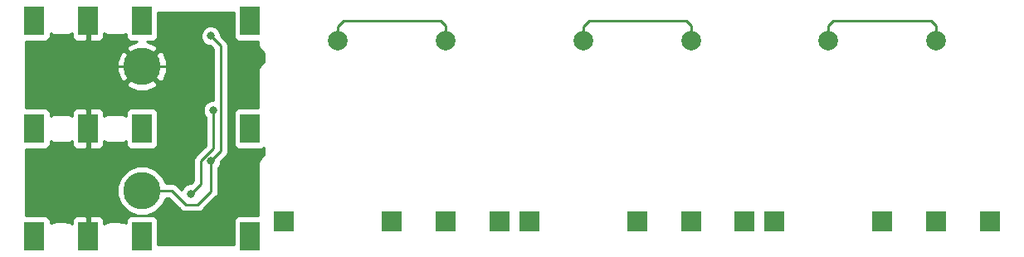
<source format=gbl>
G04 #@! TF.GenerationSoftware,KiCad,Pcbnew,5.0.0-fee4fd1~66~ubuntu16.04.1*
G04 #@! TF.CreationDate,2018-08-14T22:38:02+05:30*
G04 #@! TF.ProjectId,1sqinch555,317371696E63683535352E6B69636164,rev?*
G04 #@! TF.SameCoordinates,Original*
G04 #@! TF.FileFunction,Copper,L2,Bot,Signal*
G04 #@! TF.FilePolarity,Positive*
%FSLAX46Y46*%
G04 Gerber Fmt 4.6, Leading zero omitted, Abs format (unit mm)*
G04 Created by KiCad (PCBNEW 5.0.0-fee4fd1~66~ubuntu16.04.1) date Tue Aug 14 22:38:02 2018*
%MOMM*%
%LPD*%
G01*
G04 APERTURE LIST*
G04 #@! TA.AperFunction,SMDPad,CuDef*
%ADD10R,2.000000X3.000000*%
G04 #@! TD*
G04 #@! TA.AperFunction,ComponentPad*
%ADD11C,3.800000*%
G04 #@! TD*
G04 #@! TA.AperFunction,SMDPad,CuDef*
%ADD12R,2.000000X2.000000*%
G04 #@! TD*
G04 #@! TA.AperFunction,ComponentPad*
%ADD13C,2.000000*%
G04 #@! TD*
G04 #@! TA.AperFunction,ViaPad*
%ADD14C,0.800000*%
G04 #@! TD*
G04 #@! TA.AperFunction,Conductor*
%ADD15C,0.250000*%
G04 #@! TD*
G04 APERTURE END LIST*
D10*
G04 #@! TO.P,J6,1*
G04 #@! TO.N,/Q5*
X39000000Y-61000000D03*
G04 #@! TD*
G04 #@! TO.P,J8,1*
G04 #@! TO.N,/Q6*
X50000000Y-50000000D03*
G04 #@! TD*
G04 #@! TO.P,J10,1*
G04 #@! TO.N,/Q7*
X50000000Y-38999999D03*
G04 #@! TD*
G04 #@! TO.P,J12,1*
G04 #@! TO.N,/Q8*
X61000000Y-61000000D03*
G04 #@! TD*
G04 #@! TO.P,J14,1*
G04 #@! TO.N,/Q9*
X61000001Y-50000000D03*
G04 #@! TD*
G04 #@! TO.P,J16,1*
G04 #@! TO.N,/Q10*
X61000000Y-39000000D03*
G04 #@! TD*
G04 #@! TO.P,J18,1*
G04 #@! TO.N,/Q11*
X39000000Y-39000000D03*
G04 #@! TD*
G04 #@! TO.P,J20,1*
G04 #@! TO.N,/Q12*
X38999999Y-50000000D03*
G04 #@! TD*
G04 #@! TO.P,J22,1*
G04 #@! TO.N,/Q13*
X50000000Y-61000001D03*
G04 #@! TD*
G04 #@! TO.P,J24,1*
G04 #@! TO.N,/GND*
X44500000Y-50000000D03*
G04 #@! TD*
G04 #@! TO.P,J26,1*
G04 #@! TO.N,/GND*
X44500000Y-39000000D03*
G04 #@! TD*
G04 #@! TO.P,J28,1*
G04 #@! TO.N,/GND*
X44500000Y-61000000D03*
G04 #@! TD*
D11*
G04 #@! TO.P,BT1,2*
G04 #@! TO.N,/GND*
X50000000Y-43650000D03*
G04 #@! TO.P,BT1,1*
G04 #@! TO.N,/9V*
X50000000Y-56350000D03*
G04 #@! TD*
D12*
G04 #@! TO.P,J7,1*
G04 #@! TO.N,/10*
X64500000Y-59500000D03*
G04 #@! TD*
G04 #@! TO.P,J9,1*
G04 #@! TO.N,/7*
X75500000Y-59499999D03*
G04 #@! TD*
G04 #@! TO.P,J11,1*
G04 #@! TO.N,/11*
X86500000Y-59500000D03*
G04 #@! TD*
G04 #@! TO.P,J13,1*
G04 #@! TO.N,/9*
X89500000Y-59500000D03*
G04 #@! TD*
G04 #@! TO.P,J15,1*
G04 #@! TO.N,/6*
X100500000Y-59499999D03*
G04 #@! TD*
G04 #@! TO.P,J17,1*
G04 #@! TO.N,/12*
X111500000Y-59500000D03*
G04 #@! TD*
G04 #@! TO.P,J19,1*
G04 #@! TO.N,/8*
X114500000Y-59500000D03*
G04 #@! TD*
G04 #@! TO.P,J21,1*
G04 #@! TO.N,/13*
X125500000Y-59499999D03*
G04 #@! TD*
G04 #@! TO.P,J23,1*
G04 #@! TO.N,/5*
X136500000Y-59500000D03*
G04 #@! TD*
G04 #@! TO.P,J25,1*
G04 #@! TO.N,/GND1*
X81000000Y-59500000D03*
G04 #@! TD*
G04 #@! TO.P,J27,1*
G04 #@! TO.N,/GND2*
X106000000Y-59500000D03*
G04 #@! TD*
G04 #@! TO.P,J29,1*
G04 #@! TO.N,/GND3*
X131000000Y-59500000D03*
G04 #@! TD*
D13*
G04 #@! TO.P,J30,1*
G04 #@! TO.N,/GND1*
X70000000Y-41000000D03*
G04 #@! TD*
G04 #@! TO.P,J31,1*
G04 #@! TO.N,/GND1*
X81000000Y-41000000D03*
G04 #@! TD*
G04 #@! TO.P,J32,1*
G04 #@! TO.N,/GND2*
X95000000Y-41000000D03*
G04 #@! TD*
G04 #@! TO.P,J33,1*
G04 #@! TO.N,/GND2*
X106000000Y-41000000D03*
G04 #@! TD*
G04 #@! TO.P,J34,1*
G04 #@! TO.N,/GND3*
X131000000Y-41000000D03*
G04 #@! TD*
G04 #@! TO.P,J35,1*
G04 #@! TO.N,/GND3*
X120000000Y-41000000D03*
G04 #@! TD*
D14*
G04 #@! TO.N,/9V*
X57000000Y-40550008D03*
X57050000Y-53300000D03*
G04 #@! TO.N,/GND*
X53300000Y-50500000D03*
X44500000Y-39000000D03*
X44500000Y-50000000D03*
X44500000Y-61000000D03*
X51900000Y-53300000D03*
X46000000Y-57150000D03*
X55600000Y-59600000D03*
G04 #@! TO.N,/5*
X136500000Y-59500000D03*
G04 #@! TO.N,/GND1*
X81000000Y-59500000D03*
G04 #@! TO.N,/6*
X100500000Y-59499999D03*
G04 #@! TO.N,/7*
X75500000Y-59499999D03*
G04 #@! TO.N,/8*
X114500000Y-59500000D03*
G04 #@! TO.N,/GND2*
X106000000Y-59500000D03*
G04 #@! TO.N,/9*
X89500000Y-59500000D03*
G04 #@! TO.N,/10*
X64500000Y-59500000D03*
G04 #@! TO.N,/11*
X86500000Y-59500000D03*
G04 #@! TO.N,/GND3*
X131000000Y-59500000D03*
G04 #@! TO.N,/12*
X111500000Y-59500000D03*
G04 #@! TO.N,/13*
X125500000Y-59499999D03*
G04 #@! TO.N,/Q5*
X39000000Y-61000000D03*
G04 #@! TO.N,/Q6*
X50000000Y-50000000D03*
G04 #@! TO.N,/Q7*
X50000000Y-38999999D03*
G04 #@! TO.N,/Q8*
X61000000Y-61000000D03*
G04 #@! TO.N,/Q9*
X61000001Y-50000000D03*
G04 #@! TO.N,/Q10*
X61000000Y-39000000D03*
G04 #@! TO.N,/Q11*
X39000000Y-39000000D03*
G04 #@! TO.N,/Q12*
X38999999Y-50000000D03*
G04 #@! TO.N,/Q13*
X50000000Y-61000001D03*
G04 #@! TO.N,/OUT*
X55000000Y-56650000D03*
X57249998Y-48150000D03*
G04 #@! TD*
D15*
G04 #@! TO.N,/9V*
X58025002Y-41575010D02*
X58025002Y-52150000D01*
X57000000Y-40550008D02*
X58025002Y-41575010D01*
X58025002Y-52150000D02*
X58025002Y-52324998D01*
X58025002Y-52324998D02*
X57050000Y-53300000D01*
X57050000Y-53300000D02*
X57050000Y-56400000D01*
X57050000Y-56400000D02*
X55700000Y-57750000D01*
X55700000Y-57750000D02*
X54450000Y-57750000D01*
X53050000Y-56350000D02*
X50000000Y-56350000D01*
X54450000Y-57750000D02*
X53050000Y-56350000D01*
G04 #@! TO.N,/GND*
X53300000Y-49934315D02*
X53300000Y-50500000D01*
X53300000Y-44262995D02*
X53300000Y-49934315D01*
X52687005Y-43650000D02*
X53300000Y-44262995D01*
X50000000Y-43650000D02*
X52687005Y-43650000D01*
X53300000Y-51900000D02*
X51900000Y-53300000D01*
X53300000Y-50500000D02*
X53300000Y-51900000D01*
X55034315Y-59600000D02*
X54334315Y-58900000D01*
X55600000Y-59600000D02*
X55034315Y-59600000D01*
X47750000Y-58900000D02*
X46000000Y-57150000D01*
X54334315Y-58900000D02*
X47750000Y-58900000D01*
X51900000Y-53300000D02*
X46650000Y-53300000D01*
X46000000Y-53950000D02*
X46000000Y-57150000D01*
X46650000Y-53300000D02*
X46000000Y-53950000D01*
X44500000Y-61000000D02*
X44500000Y-59250000D01*
X44500000Y-50000000D02*
X44500000Y-48250000D01*
X47312995Y-43650000D02*
X44500000Y-43650000D01*
X50000000Y-43650000D02*
X47312995Y-43650000D01*
X44500000Y-48250000D02*
X44500000Y-43650000D01*
X44500000Y-43650000D02*
X44500000Y-39000000D01*
X46000000Y-57150000D02*
X44500000Y-57150000D01*
X44500000Y-59250000D02*
X44500000Y-57150000D01*
X44500000Y-57150000D02*
X44500000Y-50000000D01*
G04 #@! TO.N,/GND1*
X70000000Y-39585787D02*
X70585787Y-39000000D01*
X70000000Y-41000000D02*
X70000000Y-39585787D01*
X70585787Y-39000000D02*
X80500000Y-39000000D01*
X81000000Y-39500000D02*
X81000000Y-41000000D01*
X80500000Y-39000000D02*
X81000000Y-39500000D01*
G04 #@! TO.N,/GND2*
X95000000Y-39585787D02*
X95585787Y-39000000D01*
X95000000Y-41000000D02*
X95000000Y-39585787D01*
X95585787Y-39000000D02*
X105500000Y-39000000D01*
X106000000Y-39500000D02*
X106000000Y-41000000D01*
X105500000Y-39000000D02*
X106000000Y-39500000D01*
G04 #@! TO.N,/GND3*
X120000000Y-41000000D02*
X120000000Y-39500000D01*
X120000000Y-39500000D02*
X120500000Y-39000000D01*
X120500000Y-39000000D02*
X130500000Y-39000000D01*
X131000000Y-39500000D02*
X131000000Y-41000000D01*
X130500000Y-39000000D02*
X131000000Y-39500000D01*
G04 #@! TO.N,/OUT*
X56000000Y-55650000D02*
X55000000Y-56650000D01*
X56000000Y-53300000D02*
X56000000Y-55650000D01*
X57249998Y-52050002D02*
X56000000Y-53300000D01*
X57249998Y-48150000D02*
X57249998Y-52050002D01*
G04 #@! TD*
G04 #@! TO.N,/GND*
G36*
X59362756Y-40500000D02*
X59411263Y-40743863D01*
X59549400Y-40950600D01*
X59756137Y-41088737D01*
X60000000Y-41137244D01*
X61825001Y-41137244D01*
X61825001Y-41316481D01*
X61837970Y-41381681D01*
X61837970Y-41381685D01*
X61876030Y-41573027D01*
X61876030Y-41573031D01*
X61924941Y-41691110D01*
X61976817Y-41816351D01*
X61976820Y-41816354D01*
X62085201Y-41978556D01*
X62085203Y-41978561D01*
X62271439Y-42164797D01*
X62271444Y-42164799D01*
X62433645Y-42273180D01*
X62433647Y-42273181D01*
X62433649Y-42273183D01*
X62475000Y-42290311D01*
X62475000Y-43209689D01*
X62433649Y-43226817D01*
X62433647Y-43226819D01*
X62433645Y-43226820D01*
X62271444Y-43335201D01*
X62271439Y-43335203D01*
X62085203Y-43521439D01*
X62085201Y-43521444D01*
X61976821Y-43683645D01*
X61976817Y-43683649D01*
X61924941Y-43808890D01*
X61876030Y-43926969D01*
X61876030Y-43926973D01*
X61837970Y-44118315D01*
X61825000Y-44183520D01*
X61825001Y-47862756D01*
X60000001Y-47862756D01*
X59756138Y-47911263D01*
X59549401Y-48049400D01*
X59411264Y-48256137D01*
X59362757Y-48500000D01*
X59362757Y-51500000D01*
X59411264Y-51743863D01*
X59549401Y-51950600D01*
X59756138Y-52088737D01*
X60000001Y-52137244D01*
X62000001Y-52137244D01*
X62243864Y-52088737D01*
X62450601Y-51950600D01*
X62475000Y-51914084D01*
X62475000Y-52709689D01*
X62433649Y-52726817D01*
X62433647Y-52726819D01*
X62433645Y-52726820D01*
X62271444Y-52835201D01*
X62271439Y-52835203D01*
X62085203Y-53021439D01*
X62085201Y-53021444D01*
X61976821Y-53183645D01*
X61976817Y-53183649D01*
X61928623Y-53300000D01*
X61876030Y-53426969D01*
X61876030Y-53426973D01*
X61843078Y-53592635D01*
X61825000Y-53683520D01*
X61825001Y-58862756D01*
X60000000Y-58862756D01*
X59756137Y-58911263D01*
X59549400Y-59049400D01*
X59411263Y-59256137D01*
X59362756Y-59500000D01*
X59362756Y-61825000D01*
X51637244Y-61825000D01*
X51637244Y-59500001D01*
X51588737Y-59256138D01*
X51450600Y-59049401D01*
X51243863Y-58911264D01*
X51000000Y-58862757D01*
X50531811Y-58862757D01*
X51430298Y-58490592D01*
X52140592Y-57780298D01*
X52422380Y-57100000D01*
X52739341Y-57100000D01*
X53867437Y-58228097D01*
X53909280Y-58290720D01*
X54157365Y-58456484D01*
X54376134Y-58500000D01*
X54376135Y-58500000D01*
X54450000Y-58514693D01*
X54523865Y-58500000D01*
X55626135Y-58500000D01*
X55700000Y-58514693D01*
X55773865Y-58500000D01*
X55773866Y-58500000D01*
X55992635Y-58456484D01*
X56240720Y-58290720D01*
X56282565Y-58228094D01*
X57528099Y-56982561D01*
X57590720Y-56940720D01*
X57756484Y-56692635D01*
X57800000Y-56473866D01*
X57814693Y-56400001D01*
X57800000Y-56326136D01*
X57800000Y-53999569D01*
X57918953Y-53880616D01*
X58075000Y-53503885D01*
X58075000Y-53335660D01*
X58503098Y-52907561D01*
X58565722Y-52865718D01*
X58725875Y-52626030D01*
X58731485Y-52617634D01*
X58731485Y-52617633D01*
X58731486Y-52617632D01*
X58775002Y-52398863D01*
X58789695Y-52324999D01*
X58775002Y-52251134D01*
X58775002Y-41648876D01*
X58789695Y-41575010D01*
X58731486Y-41282374D01*
X58634513Y-41137244D01*
X58565722Y-41034290D01*
X58503099Y-40992447D01*
X58025000Y-40514349D01*
X58025000Y-40346123D01*
X57868953Y-39969392D01*
X57580616Y-39681055D01*
X57203885Y-39525008D01*
X56796115Y-39525008D01*
X56419384Y-39681055D01*
X56131047Y-39969392D01*
X55975000Y-40346123D01*
X55975000Y-40753893D01*
X56131047Y-41130624D01*
X56419384Y-41418961D01*
X56796115Y-41575008D01*
X56964341Y-41575008D01*
X57275002Y-41885670D01*
X57275003Y-47125000D01*
X57046113Y-47125000D01*
X56669382Y-47281047D01*
X56381045Y-47569384D01*
X56224998Y-47946115D01*
X56224998Y-48353885D01*
X56381045Y-48730616D01*
X56499998Y-48849569D01*
X56499999Y-51739340D01*
X55521906Y-52717435D01*
X55459280Y-52759280D01*
X55293516Y-53007366D01*
X55258451Y-53183649D01*
X55235307Y-53300000D01*
X55250000Y-53373865D01*
X55250001Y-55339339D01*
X54964341Y-55625000D01*
X54796115Y-55625000D01*
X54419384Y-55781047D01*
X54131047Y-56069384D01*
X54042885Y-56282226D01*
X53632565Y-55871906D01*
X53590720Y-55809280D01*
X53342635Y-55643516D01*
X53123866Y-55600000D01*
X53123865Y-55600000D01*
X53050000Y-55585307D01*
X52976135Y-55600000D01*
X52422380Y-55600000D01*
X52140592Y-54919702D01*
X51430298Y-54209408D01*
X50502254Y-53825000D01*
X49497746Y-53825000D01*
X48569702Y-54209408D01*
X47859408Y-54919702D01*
X47475000Y-55847746D01*
X47475000Y-56852254D01*
X47859408Y-57780298D01*
X48569702Y-58490592D01*
X49468189Y-58862757D01*
X49000000Y-58862757D01*
X48756137Y-58911264D01*
X48549400Y-59049401D01*
X48411263Y-59256138D01*
X48362756Y-59500001D01*
X48362756Y-59692032D01*
X48137835Y-59598867D01*
X47831688Y-59537970D01*
X47831686Y-59537970D01*
X47766481Y-59525000D01*
X46733519Y-59525000D01*
X46545374Y-59562424D01*
X46362168Y-59598866D01*
X46362166Y-59598867D01*
X46362164Y-59598867D01*
X46249151Y-59645678D01*
X46125000Y-59697103D01*
X46125000Y-59375680D01*
X46029850Y-59145966D01*
X45854034Y-58970151D01*
X45624320Y-58875000D01*
X44781250Y-58875000D01*
X44625000Y-59031250D01*
X44625000Y-60875000D01*
X44645000Y-60875000D01*
X44645000Y-61125000D01*
X44625000Y-61125000D01*
X44625000Y-61145000D01*
X44375000Y-61145000D01*
X44375000Y-61125000D01*
X44355000Y-61125000D01*
X44355000Y-60875000D01*
X44375000Y-60875000D01*
X44375000Y-59031250D01*
X44218750Y-58875000D01*
X43375680Y-58875000D01*
X43145966Y-58970151D01*
X42970150Y-59145966D01*
X42875000Y-59375680D01*
X42875000Y-59697103D01*
X42637836Y-59598867D01*
X42331689Y-59537970D01*
X42331686Y-59537970D01*
X42266481Y-59525000D01*
X41233519Y-59525000D01*
X41045374Y-59562424D01*
X40862168Y-59598866D01*
X40862165Y-59598866D01*
X40736923Y-59650744D01*
X40637244Y-59692032D01*
X40637244Y-59500000D01*
X40588737Y-59256137D01*
X40450600Y-59049400D01*
X40243863Y-58911263D01*
X40000000Y-58862756D01*
X38175000Y-58862756D01*
X38175000Y-52137244D01*
X39999999Y-52137244D01*
X40243862Y-52088737D01*
X40450599Y-51950600D01*
X40588736Y-51743863D01*
X40637243Y-51500000D01*
X40637243Y-51307967D01*
X40862169Y-51401133D01*
X41168315Y-51462029D01*
X41168319Y-51462029D01*
X41233519Y-51474998D01*
X42266481Y-51475000D01*
X42331686Y-51462030D01*
X42331688Y-51462030D01*
X42637835Y-51401133D01*
X42875000Y-51302896D01*
X42875000Y-51624320D01*
X42970150Y-51854034D01*
X43145966Y-52029849D01*
X43375680Y-52125000D01*
X44218750Y-52125000D01*
X44375000Y-51968750D01*
X44375000Y-50125000D01*
X44355000Y-50125000D01*
X44355000Y-49875000D01*
X44375000Y-49875000D01*
X44375000Y-48031250D01*
X44625000Y-48031250D01*
X44625000Y-49875000D01*
X44645000Y-49875000D01*
X44645000Y-50125000D01*
X44625000Y-50125000D01*
X44625000Y-51968750D01*
X44781250Y-52125000D01*
X45624320Y-52125000D01*
X45854034Y-52029849D01*
X46029850Y-51854034D01*
X46125000Y-51624320D01*
X46125000Y-51302897D01*
X46223337Y-51343629D01*
X46362164Y-51401133D01*
X46362166Y-51401133D01*
X46362168Y-51401134D01*
X46536628Y-51435836D01*
X46733519Y-51475000D01*
X47766481Y-51475000D01*
X47831686Y-51462030D01*
X47831687Y-51462030D01*
X48137834Y-51401133D01*
X48362756Y-51307967D01*
X48362756Y-51500000D01*
X48411263Y-51743863D01*
X48549400Y-51950600D01*
X48756137Y-52088737D01*
X49000000Y-52137244D01*
X51000000Y-52137244D01*
X51243863Y-52088737D01*
X51450600Y-51950600D01*
X51588737Y-51743863D01*
X51637244Y-51500000D01*
X51637244Y-48500000D01*
X51588737Y-48256137D01*
X51450600Y-48049400D01*
X51243863Y-47911263D01*
X51000000Y-47862756D01*
X49000000Y-47862756D01*
X48756137Y-47911263D01*
X48549400Y-48049400D01*
X48411263Y-48256137D01*
X48362756Y-48500000D01*
X48362756Y-48692032D01*
X48209098Y-48628386D01*
X48137831Y-48598866D01*
X48137830Y-48598866D01*
X47963373Y-48564165D01*
X47963372Y-48564164D01*
X47766481Y-48525000D01*
X46733519Y-48525000D01*
X46545374Y-48562424D01*
X46362168Y-48598866D01*
X46362166Y-48598867D01*
X46362164Y-48598867D01*
X46249151Y-48645678D01*
X46125000Y-48697103D01*
X46125000Y-48375680D01*
X46029850Y-48145966D01*
X45854034Y-47970151D01*
X45624320Y-47875000D01*
X44781250Y-47875000D01*
X44625000Y-48031250D01*
X44375000Y-48031250D01*
X44218750Y-47875000D01*
X43375680Y-47875000D01*
X43145966Y-47970151D01*
X42970150Y-48145966D01*
X42875000Y-48375680D01*
X42875000Y-48697104D01*
X42709099Y-48628386D01*
X42637832Y-48598866D01*
X42637831Y-48598866D01*
X42463372Y-48564164D01*
X42266481Y-48525000D01*
X41233519Y-48525002D01*
X41168319Y-48537971D01*
X41168315Y-48537971D01*
X40862169Y-48598867D01*
X40637243Y-48692033D01*
X40637243Y-48500000D01*
X40588736Y-48256137D01*
X40450599Y-48049400D01*
X40243862Y-47911263D01*
X39999999Y-47862756D01*
X38175000Y-47862756D01*
X38175000Y-45446041D01*
X48380736Y-45446041D01*
X48589678Y-45803806D01*
X49521258Y-46179564D01*
X50525722Y-46170220D01*
X51410322Y-45803806D01*
X51619264Y-45446041D01*
X50000000Y-43826777D01*
X48380736Y-45446041D01*
X38175000Y-45446041D01*
X38175000Y-43171258D01*
X47470436Y-43171258D01*
X47479780Y-44175722D01*
X47846194Y-45060322D01*
X48203959Y-45269264D01*
X49823223Y-43650000D01*
X50176777Y-43650000D01*
X51796041Y-45269264D01*
X52153806Y-45060322D01*
X52529564Y-44128742D01*
X52520220Y-43124278D01*
X52153806Y-42239678D01*
X51796041Y-42030736D01*
X50176777Y-43650000D01*
X49823223Y-43650000D01*
X48203959Y-42030736D01*
X47846194Y-42239678D01*
X47470436Y-43171258D01*
X38175000Y-43171258D01*
X38175000Y-41137244D01*
X40000000Y-41137244D01*
X40243863Y-41088737D01*
X40450600Y-40950600D01*
X40588737Y-40743863D01*
X40637244Y-40500000D01*
X40637244Y-40307966D01*
X40862169Y-40401132D01*
X41036624Y-40435833D01*
X41036628Y-40435836D01*
X41233519Y-40475000D01*
X42266481Y-40475000D01*
X42463372Y-40435836D01*
X42637832Y-40401134D01*
X42637833Y-40401134D01*
X42734143Y-40361241D01*
X42875000Y-40302897D01*
X42875000Y-40624320D01*
X42970150Y-40854034D01*
X43145966Y-41029849D01*
X43375680Y-41125000D01*
X44218750Y-41125000D01*
X44375000Y-40968750D01*
X44375000Y-39125000D01*
X44355000Y-39125000D01*
X44355000Y-38875000D01*
X44375000Y-38875000D01*
X44375000Y-38855000D01*
X44625000Y-38855000D01*
X44625000Y-38875000D01*
X44645000Y-38875000D01*
X44645000Y-39125000D01*
X44625000Y-39125000D01*
X44625000Y-40968750D01*
X44781250Y-41125000D01*
X45624320Y-41125000D01*
X45854034Y-41029849D01*
X46029850Y-40854034D01*
X46125000Y-40624320D01*
X46125000Y-40302897D01*
X46249151Y-40354322D01*
X46362164Y-40401133D01*
X46362166Y-40401133D01*
X46362168Y-40401134D01*
X46536628Y-40435836D01*
X46733519Y-40475000D01*
X47766481Y-40475000D01*
X47963372Y-40435836D01*
X48137832Y-40401134D01*
X48137836Y-40401134D01*
X48304825Y-40331964D01*
X48362756Y-40307968D01*
X48362756Y-40499999D01*
X48411263Y-40743862D01*
X48549400Y-40950599D01*
X48756137Y-41088736D01*
X49000000Y-41137243D01*
X49456261Y-41137243D01*
X48589678Y-41496194D01*
X48380736Y-41853959D01*
X50000000Y-43473223D01*
X51619264Y-41853959D01*
X51410322Y-41496194D01*
X50520410Y-41137243D01*
X51000000Y-41137243D01*
X51243863Y-41088736D01*
X51450600Y-40950599D01*
X51588737Y-40743862D01*
X51637244Y-40499999D01*
X51637244Y-38175000D01*
X59362756Y-38175000D01*
X59362756Y-40500000D01*
X59362756Y-40500000D01*
G37*
X59362756Y-40500000D02*
X59411263Y-40743863D01*
X59549400Y-40950600D01*
X59756137Y-41088737D01*
X60000000Y-41137244D01*
X61825001Y-41137244D01*
X61825001Y-41316481D01*
X61837970Y-41381681D01*
X61837970Y-41381685D01*
X61876030Y-41573027D01*
X61876030Y-41573031D01*
X61924941Y-41691110D01*
X61976817Y-41816351D01*
X61976820Y-41816354D01*
X62085201Y-41978556D01*
X62085203Y-41978561D01*
X62271439Y-42164797D01*
X62271444Y-42164799D01*
X62433645Y-42273180D01*
X62433647Y-42273181D01*
X62433649Y-42273183D01*
X62475000Y-42290311D01*
X62475000Y-43209689D01*
X62433649Y-43226817D01*
X62433647Y-43226819D01*
X62433645Y-43226820D01*
X62271444Y-43335201D01*
X62271439Y-43335203D01*
X62085203Y-43521439D01*
X62085201Y-43521444D01*
X61976821Y-43683645D01*
X61976817Y-43683649D01*
X61924941Y-43808890D01*
X61876030Y-43926969D01*
X61876030Y-43926973D01*
X61837970Y-44118315D01*
X61825000Y-44183520D01*
X61825001Y-47862756D01*
X60000001Y-47862756D01*
X59756138Y-47911263D01*
X59549401Y-48049400D01*
X59411264Y-48256137D01*
X59362757Y-48500000D01*
X59362757Y-51500000D01*
X59411264Y-51743863D01*
X59549401Y-51950600D01*
X59756138Y-52088737D01*
X60000001Y-52137244D01*
X62000001Y-52137244D01*
X62243864Y-52088737D01*
X62450601Y-51950600D01*
X62475000Y-51914084D01*
X62475000Y-52709689D01*
X62433649Y-52726817D01*
X62433647Y-52726819D01*
X62433645Y-52726820D01*
X62271444Y-52835201D01*
X62271439Y-52835203D01*
X62085203Y-53021439D01*
X62085201Y-53021444D01*
X61976821Y-53183645D01*
X61976817Y-53183649D01*
X61928623Y-53300000D01*
X61876030Y-53426969D01*
X61876030Y-53426973D01*
X61843078Y-53592635D01*
X61825000Y-53683520D01*
X61825001Y-58862756D01*
X60000000Y-58862756D01*
X59756137Y-58911263D01*
X59549400Y-59049400D01*
X59411263Y-59256137D01*
X59362756Y-59500000D01*
X59362756Y-61825000D01*
X51637244Y-61825000D01*
X51637244Y-59500001D01*
X51588737Y-59256138D01*
X51450600Y-59049401D01*
X51243863Y-58911264D01*
X51000000Y-58862757D01*
X50531811Y-58862757D01*
X51430298Y-58490592D01*
X52140592Y-57780298D01*
X52422380Y-57100000D01*
X52739341Y-57100000D01*
X53867437Y-58228097D01*
X53909280Y-58290720D01*
X54157365Y-58456484D01*
X54376134Y-58500000D01*
X54376135Y-58500000D01*
X54450000Y-58514693D01*
X54523865Y-58500000D01*
X55626135Y-58500000D01*
X55700000Y-58514693D01*
X55773865Y-58500000D01*
X55773866Y-58500000D01*
X55992635Y-58456484D01*
X56240720Y-58290720D01*
X56282565Y-58228094D01*
X57528099Y-56982561D01*
X57590720Y-56940720D01*
X57756484Y-56692635D01*
X57800000Y-56473866D01*
X57814693Y-56400001D01*
X57800000Y-56326136D01*
X57800000Y-53999569D01*
X57918953Y-53880616D01*
X58075000Y-53503885D01*
X58075000Y-53335660D01*
X58503098Y-52907561D01*
X58565722Y-52865718D01*
X58725875Y-52626030D01*
X58731485Y-52617634D01*
X58731485Y-52617633D01*
X58731486Y-52617632D01*
X58775002Y-52398863D01*
X58789695Y-52324999D01*
X58775002Y-52251134D01*
X58775002Y-41648876D01*
X58789695Y-41575010D01*
X58731486Y-41282374D01*
X58634513Y-41137244D01*
X58565722Y-41034290D01*
X58503099Y-40992447D01*
X58025000Y-40514349D01*
X58025000Y-40346123D01*
X57868953Y-39969392D01*
X57580616Y-39681055D01*
X57203885Y-39525008D01*
X56796115Y-39525008D01*
X56419384Y-39681055D01*
X56131047Y-39969392D01*
X55975000Y-40346123D01*
X55975000Y-40753893D01*
X56131047Y-41130624D01*
X56419384Y-41418961D01*
X56796115Y-41575008D01*
X56964341Y-41575008D01*
X57275002Y-41885670D01*
X57275003Y-47125000D01*
X57046113Y-47125000D01*
X56669382Y-47281047D01*
X56381045Y-47569384D01*
X56224998Y-47946115D01*
X56224998Y-48353885D01*
X56381045Y-48730616D01*
X56499998Y-48849569D01*
X56499999Y-51739340D01*
X55521906Y-52717435D01*
X55459280Y-52759280D01*
X55293516Y-53007366D01*
X55258451Y-53183649D01*
X55235307Y-53300000D01*
X55250000Y-53373865D01*
X55250001Y-55339339D01*
X54964341Y-55625000D01*
X54796115Y-55625000D01*
X54419384Y-55781047D01*
X54131047Y-56069384D01*
X54042885Y-56282226D01*
X53632565Y-55871906D01*
X53590720Y-55809280D01*
X53342635Y-55643516D01*
X53123866Y-55600000D01*
X53123865Y-55600000D01*
X53050000Y-55585307D01*
X52976135Y-55600000D01*
X52422380Y-55600000D01*
X52140592Y-54919702D01*
X51430298Y-54209408D01*
X50502254Y-53825000D01*
X49497746Y-53825000D01*
X48569702Y-54209408D01*
X47859408Y-54919702D01*
X47475000Y-55847746D01*
X47475000Y-56852254D01*
X47859408Y-57780298D01*
X48569702Y-58490592D01*
X49468189Y-58862757D01*
X49000000Y-58862757D01*
X48756137Y-58911264D01*
X48549400Y-59049401D01*
X48411263Y-59256138D01*
X48362756Y-59500001D01*
X48362756Y-59692032D01*
X48137835Y-59598867D01*
X47831688Y-59537970D01*
X47831686Y-59537970D01*
X47766481Y-59525000D01*
X46733519Y-59525000D01*
X46545374Y-59562424D01*
X46362168Y-59598866D01*
X46362166Y-59598867D01*
X46362164Y-59598867D01*
X46249151Y-59645678D01*
X46125000Y-59697103D01*
X46125000Y-59375680D01*
X46029850Y-59145966D01*
X45854034Y-58970151D01*
X45624320Y-58875000D01*
X44781250Y-58875000D01*
X44625000Y-59031250D01*
X44625000Y-60875000D01*
X44645000Y-60875000D01*
X44645000Y-61125000D01*
X44625000Y-61125000D01*
X44625000Y-61145000D01*
X44375000Y-61145000D01*
X44375000Y-61125000D01*
X44355000Y-61125000D01*
X44355000Y-60875000D01*
X44375000Y-60875000D01*
X44375000Y-59031250D01*
X44218750Y-58875000D01*
X43375680Y-58875000D01*
X43145966Y-58970151D01*
X42970150Y-59145966D01*
X42875000Y-59375680D01*
X42875000Y-59697103D01*
X42637836Y-59598867D01*
X42331689Y-59537970D01*
X42331686Y-59537970D01*
X42266481Y-59525000D01*
X41233519Y-59525000D01*
X41045374Y-59562424D01*
X40862168Y-59598866D01*
X40862165Y-59598866D01*
X40736923Y-59650744D01*
X40637244Y-59692032D01*
X40637244Y-59500000D01*
X40588737Y-59256137D01*
X40450600Y-59049400D01*
X40243863Y-58911263D01*
X40000000Y-58862756D01*
X38175000Y-58862756D01*
X38175000Y-52137244D01*
X39999999Y-52137244D01*
X40243862Y-52088737D01*
X40450599Y-51950600D01*
X40588736Y-51743863D01*
X40637243Y-51500000D01*
X40637243Y-51307967D01*
X40862169Y-51401133D01*
X41168315Y-51462029D01*
X41168319Y-51462029D01*
X41233519Y-51474998D01*
X42266481Y-51475000D01*
X42331686Y-51462030D01*
X42331688Y-51462030D01*
X42637835Y-51401133D01*
X42875000Y-51302896D01*
X42875000Y-51624320D01*
X42970150Y-51854034D01*
X43145966Y-52029849D01*
X43375680Y-52125000D01*
X44218750Y-52125000D01*
X44375000Y-51968750D01*
X44375000Y-50125000D01*
X44355000Y-50125000D01*
X44355000Y-49875000D01*
X44375000Y-49875000D01*
X44375000Y-48031250D01*
X44625000Y-48031250D01*
X44625000Y-49875000D01*
X44645000Y-49875000D01*
X44645000Y-50125000D01*
X44625000Y-50125000D01*
X44625000Y-51968750D01*
X44781250Y-52125000D01*
X45624320Y-52125000D01*
X45854034Y-52029849D01*
X46029850Y-51854034D01*
X46125000Y-51624320D01*
X46125000Y-51302897D01*
X46223337Y-51343629D01*
X46362164Y-51401133D01*
X46362166Y-51401133D01*
X46362168Y-51401134D01*
X46536628Y-51435836D01*
X46733519Y-51475000D01*
X47766481Y-51475000D01*
X47831686Y-51462030D01*
X47831687Y-51462030D01*
X48137834Y-51401133D01*
X48362756Y-51307967D01*
X48362756Y-51500000D01*
X48411263Y-51743863D01*
X48549400Y-51950600D01*
X48756137Y-52088737D01*
X49000000Y-52137244D01*
X51000000Y-52137244D01*
X51243863Y-52088737D01*
X51450600Y-51950600D01*
X51588737Y-51743863D01*
X51637244Y-51500000D01*
X51637244Y-48500000D01*
X51588737Y-48256137D01*
X51450600Y-48049400D01*
X51243863Y-47911263D01*
X51000000Y-47862756D01*
X49000000Y-47862756D01*
X48756137Y-47911263D01*
X48549400Y-48049400D01*
X48411263Y-48256137D01*
X48362756Y-48500000D01*
X48362756Y-48692032D01*
X48209098Y-48628386D01*
X48137831Y-48598866D01*
X48137830Y-48598866D01*
X47963373Y-48564165D01*
X47963372Y-48564164D01*
X47766481Y-48525000D01*
X46733519Y-48525000D01*
X46545374Y-48562424D01*
X46362168Y-48598866D01*
X46362166Y-48598867D01*
X46362164Y-48598867D01*
X46249151Y-48645678D01*
X46125000Y-48697103D01*
X46125000Y-48375680D01*
X46029850Y-48145966D01*
X45854034Y-47970151D01*
X45624320Y-47875000D01*
X44781250Y-47875000D01*
X44625000Y-48031250D01*
X44375000Y-48031250D01*
X44218750Y-47875000D01*
X43375680Y-47875000D01*
X43145966Y-47970151D01*
X42970150Y-48145966D01*
X42875000Y-48375680D01*
X42875000Y-48697104D01*
X42709099Y-48628386D01*
X42637832Y-48598866D01*
X42637831Y-48598866D01*
X42463372Y-48564164D01*
X42266481Y-48525000D01*
X41233519Y-48525002D01*
X41168319Y-48537971D01*
X41168315Y-48537971D01*
X40862169Y-48598867D01*
X40637243Y-48692033D01*
X40637243Y-48500000D01*
X40588736Y-48256137D01*
X40450599Y-48049400D01*
X40243862Y-47911263D01*
X39999999Y-47862756D01*
X38175000Y-47862756D01*
X38175000Y-45446041D01*
X48380736Y-45446041D01*
X48589678Y-45803806D01*
X49521258Y-46179564D01*
X50525722Y-46170220D01*
X51410322Y-45803806D01*
X51619264Y-45446041D01*
X50000000Y-43826777D01*
X48380736Y-45446041D01*
X38175000Y-45446041D01*
X38175000Y-43171258D01*
X47470436Y-43171258D01*
X47479780Y-44175722D01*
X47846194Y-45060322D01*
X48203959Y-45269264D01*
X49823223Y-43650000D01*
X50176777Y-43650000D01*
X51796041Y-45269264D01*
X52153806Y-45060322D01*
X52529564Y-44128742D01*
X52520220Y-43124278D01*
X52153806Y-42239678D01*
X51796041Y-42030736D01*
X50176777Y-43650000D01*
X49823223Y-43650000D01*
X48203959Y-42030736D01*
X47846194Y-42239678D01*
X47470436Y-43171258D01*
X38175000Y-43171258D01*
X38175000Y-41137244D01*
X40000000Y-41137244D01*
X40243863Y-41088737D01*
X40450600Y-40950600D01*
X40588737Y-40743863D01*
X40637244Y-40500000D01*
X40637244Y-40307966D01*
X40862169Y-40401132D01*
X41036624Y-40435833D01*
X41036628Y-40435836D01*
X41233519Y-40475000D01*
X42266481Y-40475000D01*
X42463372Y-40435836D01*
X42637832Y-40401134D01*
X42637833Y-40401134D01*
X42734143Y-40361241D01*
X42875000Y-40302897D01*
X42875000Y-40624320D01*
X42970150Y-40854034D01*
X43145966Y-41029849D01*
X43375680Y-41125000D01*
X44218750Y-41125000D01*
X44375000Y-40968750D01*
X44375000Y-39125000D01*
X44355000Y-39125000D01*
X44355000Y-38875000D01*
X44375000Y-38875000D01*
X44375000Y-38855000D01*
X44625000Y-38855000D01*
X44625000Y-38875000D01*
X44645000Y-38875000D01*
X44645000Y-39125000D01*
X44625000Y-39125000D01*
X44625000Y-40968750D01*
X44781250Y-41125000D01*
X45624320Y-41125000D01*
X45854034Y-41029849D01*
X46029850Y-40854034D01*
X46125000Y-40624320D01*
X46125000Y-40302897D01*
X46249151Y-40354322D01*
X46362164Y-40401133D01*
X46362166Y-40401133D01*
X46362168Y-40401134D01*
X46536628Y-40435836D01*
X46733519Y-40475000D01*
X47766481Y-40475000D01*
X47963372Y-40435836D01*
X48137832Y-40401134D01*
X48137836Y-40401134D01*
X48304825Y-40331964D01*
X48362756Y-40307968D01*
X48362756Y-40499999D01*
X48411263Y-40743862D01*
X48549400Y-40950599D01*
X48756137Y-41088736D01*
X49000000Y-41137243D01*
X49456261Y-41137243D01*
X48589678Y-41496194D01*
X48380736Y-41853959D01*
X50000000Y-43473223D01*
X51619264Y-41853959D01*
X51410322Y-41496194D01*
X50520410Y-41137243D01*
X51000000Y-41137243D01*
X51243863Y-41088736D01*
X51450600Y-40950599D01*
X51588737Y-40743862D01*
X51637244Y-40499999D01*
X51637244Y-38175000D01*
X59362756Y-38175000D01*
X59362756Y-40500000D01*
G04 #@! TD*
M02*

</source>
